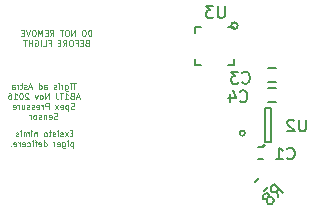
<source format=gbo>
G04 #@! TF.FileFunction,Legend,Bot*
%FSLAX46Y46*%
G04 Gerber Fmt 4.6, Leading zero omitted, Abs format (unit mm)*
G04 Created by KiCad (PCBNEW (2016-03-30 BZR 6657, Git fe53ec8)-product) date Sun 10 Apr 2016 07:10:41 PM PDT*
%MOMM*%
G01*
G04 APERTURE LIST*
%ADD10C,0.100000*%
%ADD11C,0.200000*%
%ADD12C,0.150000*%
G04 APERTURE END LIST*
D10*
D11*
X128022843Y-58030000D02*
G75*
G03X128022843Y-58030000I-282843J0D01*
G01*
X128623607Y-67120000D02*
G75*
G03X128623607Y-67120000I-223607J0D01*
G01*
D10*
X114028333Y-67129285D02*
X113861666Y-67129285D01*
X113790238Y-67391190D02*
X114028333Y-67391190D01*
X114028333Y-66891190D01*
X113790238Y-66891190D01*
X113623571Y-67391190D02*
X113361666Y-67057857D01*
X113623571Y-67057857D02*
X113361666Y-67391190D01*
X113195000Y-67367380D02*
X113147380Y-67391190D01*
X113052142Y-67391190D01*
X113004523Y-67367380D01*
X112980714Y-67319761D01*
X112980714Y-67295952D01*
X113004523Y-67248333D01*
X113052142Y-67224523D01*
X113123571Y-67224523D01*
X113171190Y-67200714D01*
X113195000Y-67153095D01*
X113195000Y-67129285D01*
X113171190Y-67081666D01*
X113123571Y-67057857D01*
X113052142Y-67057857D01*
X113004523Y-67081666D01*
X112766428Y-67391190D02*
X112766428Y-67057857D01*
X112766428Y-66891190D02*
X112790238Y-66915000D01*
X112766428Y-66938809D01*
X112742619Y-66915000D01*
X112766428Y-66891190D01*
X112766428Y-66938809D01*
X112552142Y-67367380D02*
X112504523Y-67391190D01*
X112409285Y-67391190D01*
X112361666Y-67367380D01*
X112337857Y-67319761D01*
X112337857Y-67295952D01*
X112361666Y-67248333D01*
X112409285Y-67224523D01*
X112480714Y-67224523D01*
X112528333Y-67200714D01*
X112552142Y-67153095D01*
X112552142Y-67129285D01*
X112528333Y-67081666D01*
X112480714Y-67057857D01*
X112409285Y-67057857D01*
X112361666Y-67081666D01*
X112195000Y-67057857D02*
X112004523Y-67057857D01*
X112123571Y-66891190D02*
X112123571Y-67319761D01*
X112099761Y-67367380D01*
X112052142Y-67391190D01*
X112004523Y-67391190D01*
X111766428Y-67391190D02*
X111814047Y-67367380D01*
X111837857Y-67343571D01*
X111861666Y-67295952D01*
X111861666Y-67153095D01*
X111837857Y-67105476D01*
X111814047Y-67081666D01*
X111766428Y-67057857D01*
X111695000Y-67057857D01*
X111647380Y-67081666D01*
X111623571Y-67105476D01*
X111599761Y-67153095D01*
X111599761Y-67295952D01*
X111623571Y-67343571D01*
X111647380Y-67367380D01*
X111695000Y-67391190D01*
X111766428Y-67391190D01*
X111004523Y-67057857D02*
X111004523Y-67391190D01*
X111004523Y-67105476D02*
X110980714Y-67081666D01*
X110933095Y-67057857D01*
X110861666Y-67057857D01*
X110814047Y-67081666D01*
X110790238Y-67129285D01*
X110790238Y-67391190D01*
X110552142Y-67391190D02*
X110552142Y-67057857D01*
X110552142Y-66891190D02*
X110575952Y-66915000D01*
X110552142Y-66938809D01*
X110528333Y-66915000D01*
X110552142Y-66891190D01*
X110552142Y-66938809D01*
X110314047Y-67391190D02*
X110314047Y-67057857D01*
X110314047Y-67105476D02*
X110290238Y-67081666D01*
X110242619Y-67057857D01*
X110171190Y-67057857D01*
X110123571Y-67081666D01*
X110099761Y-67129285D01*
X110099761Y-67391190D01*
X110099761Y-67129285D02*
X110075952Y-67081666D01*
X110028333Y-67057857D01*
X109956904Y-67057857D01*
X109909285Y-67081666D01*
X109885476Y-67129285D01*
X109885476Y-67391190D01*
X109647380Y-67391190D02*
X109647380Y-67057857D01*
X109647380Y-66891190D02*
X109671190Y-66915000D01*
X109647380Y-66938809D01*
X109623571Y-66915000D01*
X109647380Y-66891190D01*
X109647380Y-66938809D01*
X109433095Y-67367380D02*
X109385476Y-67391190D01*
X109290238Y-67391190D01*
X109242619Y-67367380D01*
X109218809Y-67319761D01*
X109218809Y-67295952D01*
X109242619Y-67248333D01*
X109290238Y-67224523D01*
X109361666Y-67224523D01*
X109409285Y-67200714D01*
X109433095Y-67153095D01*
X109433095Y-67129285D01*
X109409285Y-67081666D01*
X109361666Y-67057857D01*
X109290238Y-67057857D01*
X109242619Y-67081666D01*
X114075952Y-67907857D02*
X114075952Y-68407857D01*
X114075952Y-67931666D02*
X114028333Y-67907857D01*
X113933095Y-67907857D01*
X113885476Y-67931666D01*
X113861666Y-67955476D01*
X113837857Y-68003095D01*
X113837857Y-68145952D01*
X113861666Y-68193571D01*
X113885476Y-68217380D01*
X113933095Y-68241190D01*
X114028333Y-68241190D01*
X114075952Y-68217380D01*
X113623571Y-68241190D02*
X113623571Y-67907857D01*
X113623571Y-67741190D02*
X113647380Y-67765000D01*
X113623571Y-67788809D01*
X113599761Y-67765000D01*
X113623571Y-67741190D01*
X113623571Y-67788809D01*
X113171190Y-67907857D02*
X113171190Y-68312619D01*
X113195000Y-68360238D01*
X113218809Y-68384047D01*
X113266428Y-68407857D01*
X113337857Y-68407857D01*
X113385476Y-68384047D01*
X113171190Y-68217380D02*
X113218809Y-68241190D01*
X113314047Y-68241190D01*
X113361666Y-68217380D01*
X113385476Y-68193571D01*
X113409285Y-68145952D01*
X113409285Y-68003095D01*
X113385476Y-67955476D01*
X113361666Y-67931666D01*
X113314047Y-67907857D01*
X113218809Y-67907857D01*
X113171190Y-67931666D01*
X112742619Y-68217380D02*
X112790238Y-68241190D01*
X112885476Y-68241190D01*
X112933095Y-68217380D01*
X112956904Y-68169761D01*
X112956904Y-67979285D01*
X112933095Y-67931666D01*
X112885476Y-67907857D01*
X112790238Y-67907857D01*
X112742619Y-67931666D01*
X112718809Y-67979285D01*
X112718809Y-68026904D01*
X112956904Y-68074523D01*
X112504523Y-68241190D02*
X112504523Y-67907857D01*
X112504523Y-68003095D02*
X112480714Y-67955476D01*
X112456904Y-67931666D01*
X112409285Y-67907857D01*
X112361666Y-67907857D01*
X111599761Y-68241190D02*
X111599761Y-67741190D01*
X111599761Y-68217380D02*
X111647380Y-68241190D01*
X111742619Y-68241190D01*
X111790238Y-68217380D01*
X111814047Y-68193571D01*
X111837857Y-68145952D01*
X111837857Y-68003095D01*
X111814047Y-67955476D01*
X111790238Y-67931666D01*
X111742619Y-67907857D01*
X111647380Y-67907857D01*
X111599761Y-67931666D01*
X111171190Y-68217380D02*
X111218809Y-68241190D01*
X111314047Y-68241190D01*
X111361666Y-68217380D01*
X111385476Y-68169761D01*
X111385476Y-67979285D01*
X111361666Y-67931666D01*
X111314047Y-67907857D01*
X111218809Y-67907857D01*
X111171190Y-67931666D01*
X111147380Y-67979285D01*
X111147380Y-68026904D01*
X111385476Y-68074523D01*
X111004523Y-67907857D02*
X110814047Y-67907857D01*
X110933095Y-68241190D02*
X110933095Y-67812619D01*
X110909285Y-67765000D01*
X110861666Y-67741190D01*
X110814047Y-67741190D01*
X110647380Y-68241190D02*
X110647380Y-67907857D01*
X110647380Y-67741190D02*
X110671190Y-67765000D01*
X110647380Y-67788809D01*
X110623571Y-67765000D01*
X110647380Y-67741190D01*
X110647380Y-67788809D01*
X110195000Y-68217380D02*
X110242619Y-68241190D01*
X110337857Y-68241190D01*
X110385476Y-68217380D01*
X110409285Y-68193571D01*
X110433095Y-68145952D01*
X110433095Y-68003095D01*
X110409285Y-67955476D01*
X110385476Y-67931666D01*
X110337857Y-67907857D01*
X110242619Y-67907857D01*
X110195000Y-67931666D01*
X109790238Y-68217380D02*
X109837857Y-68241190D01*
X109933095Y-68241190D01*
X109980714Y-68217380D01*
X110004523Y-68169761D01*
X110004523Y-67979285D01*
X109980714Y-67931666D01*
X109933095Y-67907857D01*
X109837857Y-67907857D01*
X109790238Y-67931666D01*
X109766428Y-67979285D01*
X109766428Y-68026904D01*
X110004523Y-68074523D01*
X109552142Y-68241190D02*
X109552142Y-67907857D01*
X109552142Y-68003095D02*
X109528333Y-67955476D01*
X109504523Y-67931666D01*
X109456904Y-67907857D01*
X109409285Y-67907857D01*
X109052142Y-68217380D02*
X109099761Y-68241190D01*
X109195000Y-68241190D01*
X109242619Y-68217380D01*
X109266428Y-68169761D01*
X109266428Y-67979285D01*
X109242619Y-67931666D01*
X109195000Y-67907857D01*
X109099761Y-67907857D01*
X109052142Y-67931666D01*
X109028333Y-67979285D01*
X109028333Y-68026904D01*
X109266428Y-68074523D01*
X108814047Y-68193571D02*
X108790238Y-68217380D01*
X108814047Y-68241190D01*
X108837857Y-68217380D01*
X108814047Y-68193571D01*
X108814047Y-68241190D01*
X115627380Y-58881190D02*
X115627380Y-58381190D01*
X115508333Y-58381190D01*
X115436904Y-58405000D01*
X115389285Y-58452619D01*
X115365476Y-58500238D01*
X115341666Y-58595476D01*
X115341666Y-58666904D01*
X115365476Y-58762142D01*
X115389285Y-58809761D01*
X115436904Y-58857380D01*
X115508333Y-58881190D01*
X115627380Y-58881190D01*
X115032142Y-58381190D02*
X114936904Y-58381190D01*
X114889285Y-58405000D01*
X114841666Y-58452619D01*
X114817857Y-58547857D01*
X114817857Y-58714523D01*
X114841666Y-58809761D01*
X114889285Y-58857380D01*
X114936904Y-58881190D01*
X115032142Y-58881190D01*
X115079761Y-58857380D01*
X115127380Y-58809761D01*
X115151190Y-58714523D01*
X115151190Y-58547857D01*
X115127380Y-58452619D01*
X115079761Y-58405000D01*
X115032142Y-58381190D01*
X114222619Y-58881190D02*
X114222619Y-58381190D01*
X113936904Y-58881190D01*
X113936904Y-58381190D01*
X113603571Y-58381190D02*
X113508333Y-58381190D01*
X113460714Y-58405000D01*
X113413095Y-58452619D01*
X113389285Y-58547857D01*
X113389285Y-58714523D01*
X113413095Y-58809761D01*
X113460714Y-58857380D01*
X113508333Y-58881190D01*
X113603571Y-58881190D01*
X113651190Y-58857380D01*
X113698809Y-58809761D01*
X113722619Y-58714523D01*
X113722619Y-58547857D01*
X113698809Y-58452619D01*
X113651190Y-58405000D01*
X113603571Y-58381190D01*
X113246428Y-58381190D02*
X112960714Y-58381190D01*
X113103571Y-58881190D02*
X113103571Y-58381190D01*
X112127380Y-58881190D02*
X112294047Y-58643095D01*
X112413095Y-58881190D02*
X112413095Y-58381190D01*
X112222619Y-58381190D01*
X112175000Y-58405000D01*
X112151190Y-58428809D01*
X112127380Y-58476428D01*
X112127380Y-58547857D01*
X112151190Y-58595476D01*
X112175000Y-58619285D01*
X112222619Y-58643095D01*
X112413095Y-58643095D01*
X111913095Y-58619285D02*
X111746428Y-58619285D01*
X111675000Y-58881190D02*
X111913095Y-58881190D01*
X111913095Y-58381190D01*
X111675000Y-58381190D01*
X111460714Y-58881190D02*
X111460714Y-58381190D01*
X111294047Y-58738333D01*
X111127380Y-58381190D01*
X111127380Y-58881190D01*
X110794047Y-58381190D02*
X110698809Y-58381190D01*
X110651190Y-58405000D01*
X110603571Y-58452619D01*
X110579761Y-58547857D01*
X110579761Y-58714523D01*
X110603571Y-58809761D01*
X110651190Y-58857380D01*
X110698809Y-58881190D01*
X110794047Y-58881190D01*
X110841666Y-58857380D01*
X110889285Y-58809761D01*
X110913095Y-58714523D01*
X110913095Y-58547857D01*
X110889285Y-58452619D01*
X110841666Y-58405000D01*
X110794047Y-58381190D01*
X110436904Y-58381190D02*
X110270238Y-58881190D01*
X110103571Y-58381190D01*
X109936904Y-58619285D02*
X109770238Y-58619285D01*
X109698809Y-58881190D02*
X109936904Y-58881190D01*
X109936904Y-58381190D01*
X109698809Y-58381190D01*
X115246428Y-59469285D02*
X115175000Y-59493095D01*
X115151190Y-59516904D01*
X115127380Y-59564523D01*
X115127380Y-59635952D01*
X115151190Y-59683571D01*
X115175000Y-59707380D01*
X115222619Y-59731190D01*
X115413095Y-59731190D01*
X115413095Y-59231190D01*
X115246428Y-59231190D01*
X115198809Y-59255000D01*
X115175000Y-59278809D01*
X115151190Y-59326428D01*
X115151190Y-59374047D01*
X115175000Y-59421666D01*
X115198809Y-59445476D01*
X115246428Y-59469285D01*
X115413095Y-59469285D01*
X114913095Y-59469285D02*
X114746428Y-59469285D01*
X114675000Y-59731190D02*
X114913095Y-59731190D01*
X114913095Y-59231190D01*
X114675000Y-59231190D01*
X114294047Y-59469285D02*
X114460714Y-59469285D01*
X114460714Y-59731190D02*
X114460714Y-59231190D01*
X114222619Y-59231190D01*
X113936904Y-59231190D02*
X113841666Y-59231190D01*
X113794047Y-59255000D01*
X113746428Y-59302619D01*
X113722619Y-59397857D01*
X113722619Y-59564523D01*
X113746428Y-59659761D01*
X113794047Y-59707380D01*
X113841666Y-59731190D01*
X113936904Y-59731190D01*
X113984523Y-59707380D01*
X114032142Y-59659761D01*
X114055952Y-59564523D01*
X114055952Y-59397857D01*
X114032142Y-59302619D01*
X113984523Y-59255000D01*
X113936904Y-59231190D01*
X113222619Y-59731190D02*
X113389285Y-59493095D01*
X113508333Y-59731190D02*
X113508333Y-59231190D01*
X113317857Y-59231190D01*
X113270238Y-59255000D01*
X113246428Y-59278809D01*
X113222619Y-59326428D01*
X113222619Y-59397857D01*
X113246428Y-59445476D01*
X113270238Y-59469285D01*
X113317857Y-59493095D01*
X113508333Y-59493095D01*
X113008333Y-59469285D02*
X112841666Y-59469285D01*
X112770238Y-59731190D02*
X113008333Y-59731190D01*
X113008333Y-59231190D01*
X112770238Y-59231190D01*
X112008333Y-59469285D02*
X112175000Y-59469285D01*
X112175000Y-59731190D02*
X112175000Y-59231190D01*
X111936904Y-59231190D01*
X111508333Y-59731190D02*
X111746428Y-59731190D01*
X111746428Y-59231190D01*
X111341666Y-59731190D02*
X111341666Y-59231190D01*
X110841666Y-59255000D02*
X110889285Y-59231190D01*
X110960714Y-59231190D01*
X111032142Y-59255000D01*
X111079761Y-59302619D01*
X111103571Y-59350238D01*
X111127380Y-59445476D01*
X111127380Y-59516904D01*
X111103571Y-59612142D01*
X111079761Y-59659761D01*
X111032142Y-59707380D01*
X110960714Y-59731190D01*
X110913095Y-59731190D01*
X110841666Y-59707380D01*
X110817857Y-59683571D01*
X110817857Y-59516904D01*
X110913095Y-59516904D01*
X110603571Y-59731190D02*
X110603571Y-59231190D01*
X110603571Y-59469285D02*
X110317857Y-59469285D01*
X110317857Y-59731190D02*
X110317857Y-59231190D01*
X110151190Y-59231190D02*
X109865476Y-59231190D01*
X110008333Y-59731190D02*
X110008333Y-59231190D01*
X114313095Y-62881190D02*
X114027380Y-62881190D01*
X114170238Y-63381190D02*
X114170238Y-62881190D01*
X113860714Y-63381190D02*
X113860714Y-63047857D01*
X113860714Y-62881190D02*
X113884523Y-62905000D01*
X113860714Y-62928809D01*
X113836904Y-62905000D01*
X113860714Y-62881190D01*
X113860714Y-62928809D01*
X113408333Y-63047857D02*
X113408333Y-63452619D01*
X113432142Y-63500238D01*
X113455952Y-63524047D01*
X113503571Y-63547857D01*
X113575000Y-63547857D01*
X113622619Y-63524047D01*
X113408333Y-63357380D02*
X113455952Y-63381190D01*
X113551190Y-63381190D01*
X113598809Y-63357380D01*
X113622619Y-63333571D01*
X113646428Y-63285952D01*
X113646428Y-63143095D01*
X113622619Y-63095476D01*
X113598809Y-63071666D01*
X113551190Y-63047857D01*
X113455952Y-63047857D01*
X113408333Y-63071666D01*
X113170238Y-63381190D02*
X113170238Y-63047857D01*
X113170238Y-63143095D02*
X113146428Y-63095476D01*
X113122619Y-63071666D01*
X113075000Y-63047857D01*
X113027380Y-63047857D01*
X112860714Y-63381190D02*
X112860714Y-63047857D01*
X112860714Y-62881190D02*
X112884523Y-62905000D01*
X112860714Y-62928809D01*
X112836904Y-62905000D01*
X112860714Y-62881190D01*
X112860714Y-62928809D01*
X112646428Y-63357380D02*
X112598809Y-63381190D01*
X112503571Y-63381190D01*
X112455952Y-63357380D01*
X112432142Y-63309761D01*
X112432142Y-63285952D01*
X112455952Y-63238333D01*
X112503571Y-63214523D01*
X112575000Y-63214523D01*
X112622619Y-63190714D01*
X112646428Y-63143095D01*
X112646428Y-63119285D01*
X112622619Y-63071666D01*
X112575000Y-63047857D01*
X112503571Y-63047857D01*
X112455952Y-63071666D01*
X111622619Y-63381190D02*
X111622619Y-63119285D01*
X111646428Y-63071666D01*
X111694047Y-63047857D01*
X111789285Y-63047857D01*
X111836904Y-63071666D01*
X111622619Y-63357380D02*
X111670238Y-63381190D01*
X111789285Y-63381190D01*
X111836904Y-63357380D01*
X111860714Y-63309761D01*
X111860714Y-63262142D01*
X111836904Y-63214523D01*
X111789285Y-63190714D01*
X111670238Y-63190714D01*
X111622619Y-63166904D01*
X111170238Y-63381190D02*
X111170238Y-62881190D01*
X111170238Y-63357380D02*
X111217857Y-63381190D01*
X111313095Y-63381190D01*
X111360714Y-63357380D01*
X111384523Y-63333571D01*
X111408333Y-63285952D01*
X111408333Y-63143095D01*
X111384523Y-63095476D01*
X111360714Y-63071666D01*
X111313095Y-63047857D01*
X111217857Y-63047857D01*
X111170238Y-63071666D01*
X110575000Y-63238333D02*
X110336904Y-63238333D01*
X110622619Y-63381190D02*
X110455952Y-62881190D01*
X110289285Y-63381190D01*
X110146428Y-63357380D02*
X110098809Y-63381190D01*
X110003571Y-63381190D01*
X109955952Y-63357380D01*
X109932142Y-63309761D01*
X109932142Y-63285952D01*
X109955952Y-63238333D01*
X110003571Y-63214523D01*
X110075000Y-63214523D01*
X110122619Y-63190714D01*
X110146428Y-63143095D01*
X110146428Y-63119285D01*
X110122619Y-63071666D01*
X110075000Y-63047857D01*
X110003571Y-63047857D01*
X109955952Y-63071666D01*
X109789285Y-63047857D02*
X109598809Y-63047857D01*
X109717857Y-62881190D02*
X109717857Y-63309761D01*
X109694047Y-63357380D01*
X109646428Y-63381190D01*
X109598809Y-63381190D01*
X109432142Y-63381190D02*
X109432142Y-63047857D01*
X109432142Y-63143095D02*
X109408333Y-63095476D01*
X109384523Y-63071666D01*
X109336904Y-63047857D01*
X109289285Y-63047857D01*
X108908333Y-63381190D02*
X108908333Y-63119285D01*
X108932142Y-63071666D01*
X108979761Y-63047857D01*
X109075000Y-63047857D01*
X109122619Y-63071666D01*
X108908333Y-63357380D02*
X108955952Y-63381190D01*
X109075000Y-63381190D01*
X109122619Y-63357380D01*
X109146428Y-63309761D01*
X109146428Y-63262142D01*
X109122619Y-63214523D01*
X109075000Y-63190714D01*
X108955952Y-63190714D01*
X108908333Y-63166904D01*
X114575000Y-64088333D02*
X114336904Y-64088333D01*
X114622619Y-64231190D02*
X114455952Y-63731190D01*
X114289285Y-64231190D01*
X113955952Y-63969285D02*
X113884523Y-63993095D01*
X113860714Y-64016904D01*
X113836904Y-64064523D01*
X113836904Y-64135952D01*
X113860714Y-64183571D01*
X113884523Y-64207380D01*
X113932142Y-64231190D01*
X114122619Y-64231190D01*
X114122619Y-63731190D01*
X113955952Y-63731190D01*
X113908333Y-63755000D01*
X113884523Y-63778809D01*
X113860714Y-63826428D01*
X113860714Y-63874047D01*
X113884523Y-63921666D01*
X113908333Y-63945476D01*
X113955952Y-63969285D01*
X114122619Y-63969285D01*
X113360714Y-64231190D02*
X113646428Y-64231190D01*
X113503571Y-64231190D02*
X113503571Y-63731190D01*
X113551190Y-63802619D01*
X113598809Y-63850238D01*
X113646428Y-63874047D01*
X113217857Y-63731190D02*
X112932142Y-63731190D01*
X113075000Y-64231190D02*
X113075000Y-63731190D01*
X112622619Y-63731190D02*
X112622619Y-64088333D01*
X112646428Y-64159761D01*
X112694047Y-64207380D01*
X112765476Y-64231190D01*
X112813095Y-64231190D01*
X112003571Y-64231190D02*
X112003571Y-63731190D01*
X111717857Y-64231190D01*
X111717857Y-63731190D01*
X111408333Y-64231190D02*
X111455952Y-64207380D01*
X111479761Y-64183571D01*
X111503571Y-64135952D01*
X111503571Y-63993095D01*
X111479761Y-63945476D01*
X111455952Y-63921666D01*
X111408333Y-63897857D01*
X111336904Y-63897857D01*
X111289285Y-63921666D01*
X111265476Y-63945476D01*
X111241666Y-63993095D01*
X111241666Y-64135952D01*
X111265476Y-64183571D01*
X111289285Y-64207380D01*
X111336904Y-64231190D01*
X111408333Y-64231190D01*
X111075000Y-63897857D02*
X110955952Y-64231190D01*
X110836904Y-63897857D01*
X110289285Y-63778809D02*
X110265476Y-63755000D01*
X110217857Y-63731190D01*
X110098809Y-63731190D01*
X110051190Y-63755000D01*
X110027380Y-63778809D01*
X110003571Y-63826428D01*
X110003571Y-63874047D01*
X110027380Y-63945476D01*
X110313095Y-64231190D01*
X110003571Y-64231190D01*
X109694047Y-63731190D02*
X109646428Y-63731190D01*
X109598809Y-63755000D01*
X109575000Y-63778809D01*
X109551190Y-63826428D01*
X109527380Y-63921666D01*
X109527380Y-64040714D01*
X109551190Y-64135952D01*
X109575000Y-64183571D01*
X109598809Y-64207380D01*
X109646428Y-64231190D01*
X109694047Y-64231190D01*
X109741666Y-64207380D01*
X109765476Y-64183571D01*
X109789285Y-64135952D01*
X109813095Y-64040714D01*
X109813095Y-63921666D01*
X109789285Y-63826428D01*
X109765476Y-63778809D01*
X109741666Y-63755000D01*
X109694047Y-63731190D01*
X109051190Y-64231190D02*
X109336904Y-64231190D01*
X109194047Y-64231190D02*
X109194047Y-63731190D01*
X109241666Y-63802619D01*
X109289285Y-63850238D01*
X109336904Y-63874047D01*
X108622619Y-63731190D02*
X108717857Y-63731190D01*
X108765476Y-63755000D01*
X108789285Y-63778809D01*
X108836904Y-63850238D01*
X108860714Y-63945476D01*
X108860714Y-64135952D01*
X108836904Y-64183571D01*
X108813095Y-64207380D01*
X108765476Y-64231190D01*
X108670238Y-64231190D01*
X108622619Y-64207380D01*
X108598809Y-64183571D01*
X108575000Y-64135952D01*
X108575000Y-64016904D01*
X108598809Y-63969285D01*
X108622619Y-63945476D01*
X108670238Y-63921666D01*
X108765476Y-63921666D01*
X108813095Y-63945476D01*
X108836904Y-63969285D01*
X108860714Y-64016904D01*
X114170238Y-65057380D02*
X114098809Y-65081190D01*
X113979761Y-65081190D01*
X113932142Y-65057380D01*
X113908333Y-65033571D01*
X113884523Y-64985952D01*
X113884523Y-64938333D01*
X113908333Y-64890714D01*
X113932142Y-64866904D01*
X113979761Y-64843095D01*
X114075000Y-64819285D01*
X114122619Y-64795476D01*
X114146428Y-64771666D01*
X114170238Y-64724047D01*
X114170238Y-64676428D01*
X114146428Y-64628809D01*
X114122619Y-64605000D01*
X114075000Y-64581190D01*
X113955952Y-64581190D01*
X113884523Y-64605000D01*
X113670238Y-64747857D02*
X113670238Y-65247857D01*
X113670238Y-64771666D02*
X113622619Y-64747857D01*
X113527380Y-64747857D01*
X113479761Y-64771666D01*
X113455952Y-64795476D01*
X113432142Y-64843095D01*
X113432142Y-64985952D01*
X113455952Y-65033571D01*
X113479761Y-65057380D01*
X113527380Y-65081190D01*
X113622619Y-65081190D01*
X113670238Y-65057380D01*
X113027380Y-65057380D02*
X113075000Y-65081190D01*
X113170238Y-65081190D01*
X113217857Y-65057380D01*
X113241666Y-65009761D01*
X113241666Y-64819285D01*
X113217857Y-64771666D01*
X113170238Y-64747857D01*
X113075000Y-64747857D01*
X113027380Y-64771666D01*
X113003571Y-64819285D01*
X113003571Y-64866904D01*
X113241666Y-64914523D01*
X112836904Y-65081190D02*
X112575000Y-64747857D01*
X112836904Y-64747857D02*
X112575000Y-65081190D01*
X112003571Y-65081190D02*
X112003571Y-64581190D01*
X111813095Y-64581190D01*
X111765476Y-64605000D01*
X111741666Y-64628809D01*
X111717857Y-64676428D01*
X111717857Y-64747857D01*
X111741666Y-64795476D01*
X111765476Y-64819285D01*
X111813095Y-64843095D01*
X112003571Y-64843095D01*
X111503571Y-65081190D02*
X111503571Y-64747857D01*
X111503571Y-64843095D02*
X111479761Y-64795476D01*
X111455952Y-64771666D01*
X111408333Y-64747857D01*
X111360714Y-64747857D01*
X111003571Y-65057380D02*
X111051190Y-65081190D01*
X111146428Y-65081190D01*
X111194047Y-65057380D01*
X111217857Y-65009761D01*
X111217857Y-64819285D01*
X111194047Y-64771666D01*
X111146428Y-64747857D01*
X111051190Y-64747857D01*
X111003571Y-64771666D01*
X110979761Y-64819285D01*
X110979761Y-64866904D01*
X111217857Y-64914523D01*
X110789285Y-65057380D02*
X110741666Y-65081190D01*
X110646428Y-65081190D01*
X110598809Y-65057380D01*
X110575000Y-65009761D01*
X110575000Y-64985952D01*
X110598809Y-64938333D01*
X110646428Y-64914523D01*
X110717857Y-64914523D01*
X110765476Y-64890714D01*
X110789285Y-64843095D01*
X110789285Y-64819285D01*
X110765476Y-64771666D01*
X110717857Y-64747857D01*
X110646428Y-64747857D01*
X110598809Y-64771666D01*
X110384523Y-65057380D02*
X110336904Y-65081190D01*
X110241666Y-65081190D01*
X110194047Y-65057380D01*
X110170238Y-65009761D01*
X110170238Y-64985952D01*
X110194047Y-64938333D01*
X110241666Y-64914523D01*
X110313095Y-64914523D01*
X110360714Y-64890714D01*
X110384523Y-64843095D01*
X110384523Y-64819285D01*
X110360714Y-64771666D01*
X110313095Y-64747857D01*
X110241666Y-64747857D01*
X110194047Y-64771666D01*
X109741666Y-64747857D02*
X109741666Y-65081190D01*
X109955952Y-64747857D02*
X109955952Y-65009761D01*
X109932142Y-65057380D01*
X109884523Y-65081190D01*
X109813095Y-65081190D01*
X109765476Y-65057380D01*
X109741666Y-65033571D01*
X109503571Y-65081190D02*
X109503571Y-64747857D01*
X109503571Y-64843095D02*
X109479761Y-64795476D01*
X109455952Y-64771666D01*
X109408333Y-64747857D01*
X109360714Y-64747857D01*
X109003571Y-65057380D02*
X109051190Y-65081190D01*
X109146428Y-65081190D01*
X109194047Y-65057380D01*
X109217857Y-65009761D01*
X109217857Y-64819285D01*
X109194047Y-64771666D01*
X109146428Y-64747857D01*
X109051190Y-64747857D01*
X109003571Y-64771666D01*
X108979761Y-64819285D01*
X108979761Y-64866904D01*
X109217857Y-64914523D01*
X112741666Y-65907380D02*
X112670238Y-65931190D01*
X112551190Y-65931190D01*
X112503571Y-65907380D01*
X112479761Y-65883571D01*
X112455952Y-65835952D01*
X112455952Y-65788333D01*
X112479761Y-65740714D01*
X112503571Y-65716904D01*
X112551190Y-65693095D01*
X112646428Y-65669285D01*
X112694047Y-65645476D01*
X112717857Y-65621666D01*
X112741666Y-65574047D01*
X112741666Y-65526428D01*
X112717857Y-65478809D01*
X112694047Y-65455000D01*
X112646428Y-65431190D01*
X112527380Y-65431190D01*
X112455952Y-65455000D01*
X112051190Y-65907380D02*
X112098809Y-65931190D01*
X112194047Y-65931190D01*
X112241666Y-65907380D01*
X112265476Y-65859761D01*
X112265476Y-65669285D01*
X112241666Y-65621666D01*
X112194047Y-65597857D01*
X112098809Y-65597857D01*
X112051190Y-65621666D01*
X112027380Y-65669285D01*
X112027380Y-65716904D01*
X112265476Y-65764523D01*
X111813095Y-65597857D02*
X111813095Y-65931190D01*
X111813095Y-65645476D02*
X111789285Y-65621666D01*
X111741666Y-65597857D01*
X111670238Y-65597857D01*
X111622619Y-65621666D01*
X111598809Y-65669285D01*
X111598809Y-65931190D01*
X111384523Y-65907380D02*
X111336904Y-65931190D01*
X111241666Y-65931190D01*
X111194047Y-65907380D01*
X111170238Y-65859761D01*
X111170238Y-65835952D01*
X111194047Y-65788333D01*
X111241666Y-65764523D01*
X111313095Y-65764523D01*
X111360714Y-65740714D01*
X111384523Y-65693095D01*
X111384523Y-65669285D01*
X111360714Y-65621666D01*
X111313095Y-65597857D01*
X111241666Y-65597857D01*
X111194047Y-65621666D01*
X110884523Y-65931190D02*
X110932142Y-65907380D01*
X110955952Y-65883571D01*
X110979761Y-65835952D01*
X110979761Y-65693095D01*
X110955952Y-65645476D01*
X110932142Y-65621666D01*
X110884523Y-65597857D01*
X110813095Y-65597857D01*
X110765476Y-65621666D01*
X110741666Y-65645476D01*
X110717857Y-65693095D01*
X110717857Y-65835952D01*
X110741666Y-65883571D01*
X110765476Y-65907380D01*
X110813095Y-65931190D01*
X110884523Y-65931190D01*
X110503571Y-65931190D02*
X110503571Y-65597857D01*
X110503571Y-65693095D02*
X110479761Y-65645476D01*
X110455952Y-65621666D01*
X110408333Y-65597857D01*
X110360714Y-65597857D01*
D12*
X130200000Y-69275000D02*
X129700000Y-69275000D01*
X129700000Y-68325000D02*
X130200000Y-68325000D01*
X131300000Y-61600000D02*
X130600000Y-61600000D01*
X130600000Y-62800000D02*
X131300000Y-62800000D01*
X131300000Y-63300000D02*
X130600000Y-63300000D01*
X130600000Y-64500000D02*
X131300000Y-64500000D01*
X130350000Y-68150000D02*
G75*
G03X130350000Y-68150000I-100000J0D01*
G01*
X130800000Y-67900000D02*
X130300000Y-67900000D01*
X130800000Y-65000000D02*
X130800000Y-67900000D01*
X130300000Y-65000000D02*
X130800000Y-65000000D01*
X130300000Y-67900000D02*
X130300000Y-65000000D01*
X124425000Y-58125000D02*
X124425000Y-58625000D01*
X127675000Y-61375000D02*
X127675000Y-60875000D01*
X124425000Y-61375000D02*
X124425000Y-60875000D01*
X127675000Y-58125000D02*
X127175000Y-58125000D01*
X127675000Y-61375000D02*
X127175000Y-61375000D01*
X124425000Y-61375000D02*
X124925000Y-61375000D01*
X124425000Y-58125000D02*
X124925000Y-58125000D01*
X129501992Y-71255546D02*
X129855546Y-70901992D01*
X130598008Y-71644454D02*
X130244454Y-71998008D01*
X132214166Y-69257142D02*
X132261785Y-69304761D01*
X132404642Y-69352380D01*
X132499880Y-69352380D01*
X132642738Y-69304761D01*
X132737976Y-69209523D01*
X132785595Y-69114285D01*
X132833214Y-68923809D01*
X132833214Y-68780952D01*
X132785595Y-68590476D01*
X132737976Y-68495238D01*
X132642738Y-68400000D01*
X132499880Y-68352380D01*
X132404642Y-68352380D01*
X132261785Y-68400000D01*
X132214166Y-68447619D01*
X131261785Y-69352380D02*
X131833214Y-69352380D01*
X131547500Y-69352380D02*
X131547500Y-68352380D01*
X131642738Y-68495238D01*
X131737976Y-68590476D01*
X131833214Y-68638095D01*
X128414166Y-62832142D02*
X128461785Y-62879761D01*
X128604642Y-62927380D01*
X128699880Y-62927380D01*
X128842738Y-62879761D01*
X128937976Y-62784523D01*
X128985595Y-62689285D01*
X129033214Y-62498809D01*
X129033214Y-62355952D01*
X128985595Y-62165476D01*
X128937976Y-62070238D01*
X128842738Y-61975000D01*
X128699880Y-61927380D01*
X128604642Y-61927380D01*
X128461785Y-61975000D01*
X128414166Y-62022619D01*
X128080833Y-61927380D02*
X127461785Y-61927380D01*
X127795119Y-62308333D01*
X127652261Y-62308333D01*
X127557023Y-62355952D01*
X127509404Y-62403571D01*
X127461785Y-62498809D01*
X127461785Y-62736904D01*
X127509404Y-62832142D01*
X127557023Y-62879761D01*
X127652261Y-62927380D01*
X127937976Y-62927380D01*
X128033214Y-62879761D01*
X128080833Y-62832142D01*
X128214166Y-64407142D02*
X128261785Y-64454761D01*
X128404642Y-64502380D01*
X128499880Y-64502380D01*
X128642738Y-64454761D01*
X128737976Y-64359523D01*
X128785595Y-64264285D01*
X128833214Y-64073809D01*
X128833214Y-63930952D01*
X128785595Y-63740476D01*
X128737976Y-63645238D01*
X128642738Y-63550000D01*
X128499880Y-63502380D01*
X128404642Y-63502380D01*
X128261785Y-63550000D01*
X128214166Y-63597619D01*
X127357023Y-63835714D02*
X127357023Y-64502380D01*
X127595119Y-63454761D02*
X127833214Y-64169047D01*
X127214166Y-64169047D01*
X133784404Y-65977380D02*
X133784404Y-66786904D01*
X133736785Y-66882142D01*
X133689166Y-66929761D01*
X133593928Y-66977380D01*
X133403452Y-66977380D01*
X133308214Y-66929761D01*
X133260595Y-66882142D01*
X133212976Y-66786904D01*
X133212976Y-65977380D01*
X132784404Y-66072619D02*
X132736785Y-66025000D01*
X132641547Y-65977380D01*
X132403452Y-65977380D01*
X132308214Y-66025000D01*
X132260595Y-66072619D01*
X132212976Y-66167857D01*
X132212976Y-66263095D01*
X132260595Y-66405952D01*
X132832023Y-66977380D01*
X132212976Y-66977380D01*
X126909404Y-56352380D02*
X126909404Y-57161904D01*
X126861785Y-57257142D01*
X126814166Y-57304761D01*
X126718928Y-57352380D01*
X126528452Y-57352380D01*
X126433214Y-57304761D01*
X126385595Y-57257142D01*
X126337976Y-57161904D01*
X126337976Y-56352380D01*
X125957023Y-56352380D02*
X125337976Y-56352380D01*
X125671309Y-56733333D01*
X125528452Y-56733333D01*
X125433214Y-56780952D01*
X125385595Y-56828571D01*
X125337976Y-56923809D01*
X125337976Y-57161904D01*
X125385595Y-57257142D01*
X125433214Y-57304761D01*
X125528452Y-57352380D01*
X125814166Y-57352380D01*
X125909404Y-57304761D01*
X125957023Y-57257142D01*
X131431675Y-72558088D02*
X131330660Y-71985668D01*
X131835736Y-72154027D02*
X131128629Y-71446920D01*
X130859255Y-71716294D01*
X130825584Y-71817310D01*
X130825584Y-71884653D01*
X130859255Y-71985668D01*
X130960271Y-72086684D01*
X131061286Y-72120355D01*
X131128629Y-72120355D01*
X131229645Y-72086684D01*
X131499019Y-71817310D01*
X130623553Y-72558088D02*
X130657225Y-72457073D01*
X130657225Y-72389729D01*
X130623553Y-72288714D01*
X130589881Y-72255042D01*
X130488866Y-72221371D01*
X130421523Y-72221371D01*
X130320507Y-72255042D01*
X130185820Y-72389729D01*
X130152149Y-72490745D01*
X130152149Y-72558088D01*
X130185820Y-72659103D01*
X130219492Y-72692775D01*
X130320507Y-72726447D01*
X130387851Y-72726447D01*
X130488866Y-72692775D01*
X130623553Y-72558088D01*
X130724568Y-72524416D01*
X130791912Y-72524416D01*
X130892927Y-72558088D01*
X131027614Y-72692775D01*
X131061286Y-72793790D01*
X131061286Y-72861134D01*
X131027614Y-72962149D01*
X130892927Y-73096836D01*
X130791912Y-73130508D01*
X130724568Y-73130508D01*
X130623553Y-73096836D01*
X130488866Y-72962149D01*
X130455194Y-72861134D01*
X130455194Y-72793790D01*
X130488866Y-72692775D01*
M02*

</source>
